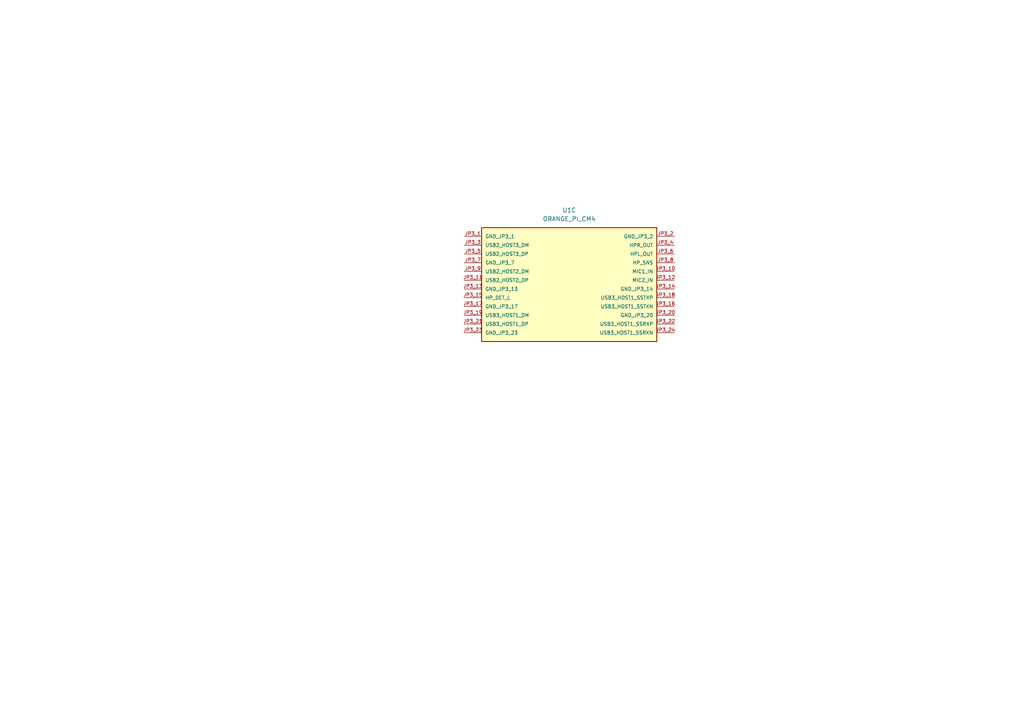
<source format=kicad_sch>
(kicad_sch (version 20250114) (generator "eeschema") (generator_version "9.0")
  (paper "A4")
  (lib_symbols
    (symbol "OCM4:ORANGE_PI_CM4" (pin_names (offset 1.016))
      (property "Reference" "U" (at -33.02 67.31 0))
      (property "Value" "ORANGE_PI_CM4" (at -33.02 -66.04 0))
      (symbol "ORANGE_PI_CM4_1_0"
        (rectangle (start -33.02 -63.5) (end 33.02 66.04) (stroke (width 0.254)) (fill (type background)))
        (pin power_in line (at -38.1 63.5 0) (length 5.08) (name "GND_JP1_1") (number "JP1_1"))
        (pin output line (at -38.1 60.96 0) (length 5.08) (name "PHY0_MDI_3+") (number "JP1_3"))
        (pin output line (at -38.1 58.42 0) (length 5.08) (name "PHY0_MDI_3-") (number "JP1_5"))
        (pin power_in line (at -38.1 55.88 0) (length 5.08) (name "GND_JP1_7") (number "JP1_7"))
        (pin output line (at -38.1 53.34 0) (length 5.08) (name "PHY0_MDI_2-") (number "JP1_9"))
        (pin output line (at -38.1 50.8 0) (length 5.08) (name "PHY0_MDI_2+") (number "JP1_11"))
        (pin power_in line (at -38.1 48.26 0) (length 5.08) (name "GND_JP1_13") (number "JP1_13"))
        (pin output line (at -38.1 45.72 0) (length 5.08) (name "PHY0_LED2/CFG_LDO1") (number "JP1_15"))
        (pin output line (at -38.1 43.18 0) (length 5.08) (name "PHY0_LED1/CFG_LDO0") (number "JP1_17"))
        (pin output line (at -38.1 40.64 0) (length 5.08) (name "PHY0_LED0/CFG_EXT") (number "JP1_19"))
        (pin output line (at -38.1 38.1 0) (length 5.08) (name "DIY_LED") (number "JP1_21"))
        (pin power_in line (at -38.1 35.56 0) (length 5.08) (name "GND_JP1_23") (number "JP1_23"))
        (pin bidirectional line (at -38.1 33.02 0) (length 5.08) (name "GPIO3_D1/I2S1_SDO_M1") (number "JP1_25"))
        (pin bidirectional line (at -38.1 30.48 0) (length 5.08) (name "GPIO3_D2/I2S1_SDI_M1") (number "JP1_27"))
        (pin bidirectional line (at -38.1 27.94 0) (length 5.08) (name "GPIO3_D5") (number "JP1_29"))
        (pin bidirectional line (at -38.1 25.4 0) (length 5.08) (name "GPIO4_C0") (number "JP1_31"))
        (pin power_in line (at -38.1 22.86 0) (length 5.08) (name "GND_JP1_33") (number "JP1_33"))
        (pin bidirectional line (at -38.1 20.32 0) (length 5.08) (name "GPIO1_A1/I2C3_SCL_M0") (number "JP1_35"))
        (pin bidirectional line (at -38.1 17.78 0) (length 5.08) (name "GPIO4_A7/SPI3_CS1_M0") (number "JP1_37"))
        (pin bidirectional line (at -38.1 15.24 0) (length 5.08) (name "GPIO4_A6/SPI3_CS0_M0") (number "JP1_39"))
        (pin bidirectional line (at -38.1 12.7 0) (length 5.08) (name "GPIO4_A4") (number "JP1_41"))
        (pin power_in line (at -38.1 10.16 0) (length 5.08) (name "GND_JP1_43") (number "JP1_43"))
        (pin bidirectional line (at -38.1 7.62 0) (length 5.08) (name "GPIO4_A1") (number "JP1_45"))
        (pin bidirectional line (at -38.1 5.08 0) (length 5.08) (name "GPIO4_A3") (number "JP1_47"))
        (pin bidirectional line (at -38.1 2.54 0) (length 5.08) (name "GPIO3_C7/I2S1_SCLK_M1") (number "JP1_49"))
        (pin bidirectional line (at -38.1 0 0) (length 5.08) (name "GPIO0_D0/UART2_RX_M0") (number "JP1_51"))
        (pin power_in line (at -38.1 -2.54 0) (length 5.08) (name "GND_JP1_53") (number "JP1_53"))
        (pin bidirectional line (at -38.1 -5.08 0) (length 5.08) (name "GPIO0_D1/UART2_TX_M0") (number "JP1_55"))
        (pin output clock (at -38.1 -7.62 0) (length 5.08) (name "SDMMC0_CLK") (number "JP1_57"))
        (pin power_in line (at -38.1 -10.16 0) (length 5.08) (name "GND_JP1_59") (number "JP1_59"))
        (pin bidirectional line (at -38.1 -12.7 0) (length 5.08) (name "SDMMC0_D3") (number "JP1_61"))
        (pin bidirectional line (at -38.1 -15.24 0) (length 5.08) (name "SDMMC0_D0") (number "JP1_63"))
        (pin power_in line (at -38.1 -17.78 0) (length 5.08) (name "GND_JP1_65") (number "JP1_65"))
        (pin bidirectional line (at -38.1 -20.32 0) (length 5.08) (name "SDMMC0_D1") (number "JP1_67"))
        (pin bidirectional line (at -38.1 -22.86 0) (length 5.08) (name "SDMMC0_D2") (number "JP1_69"))
        (pin power_in line (at -38.1 -25.4 0) (length 5.08) (name "GND_JP1_71") (number "JP1_71"))
        (pin no_connect line (at -38.1 -27.94 0) (length 5.08) (name "RESERVED_JP1_73") (number "JP1_73"))
        (pin output line (at -38.1 -30.48 0) (length 5.08) (name "SD_PWR_ON") (number "JP1_75"))
        (pin power_in line (at -38.1 -33.02 0) (length 5.08) (name "VBUS_JP1_77") (number "JP1_77"))
        (pin power_in line (at -38.1 -35.56 0) (length 5.08) (name "VBUS_JP1_79") (number "JP1_79"))
        (pin power_in line (at -38.1 -38.1 0) (length 5.08) (name "VBUS_JP1_81") (number "JP1_81"))
        (pin power_in line (at -38.1 -40.64 0) (length 5.08) (name "VBUS_JP1_83") (number "JP1_83"))
        (pin power_in line (at -38.1 -43.18 0) (length 5.08) (name "VBUS_JP1_85") (number "JP1_85"))
        (pin power_in line (at -38.1 -45.72 0) (length 5.08) (name "VBUS_JP1_87") (number "JP1_87"))
        (pin input line (at -38.1 -48.26 0) (length 5.08) (name "~{WL_DIS}") (number "JP1_89"))
        (pin input line (at -38.1 -50.8 0) (length 5.08) (name "~{BT_DIS}") (number "JP1_91"))
        (pin input line (at -38.1 -53.34 0) (length 5.08) (name "BOOT-SW") (number "JP1_93"))
        (pin bidirectional line (at -38.1 -55.88 0) (length 5.08) (name "WORK_LED") (number "JP1_95"))
        (pin bidirectional line (at -38.1 -58.42 0) (length 5.08) (name "CAMERA_PDN_L") (number "JP1_97"))
        (pin input line (at -38.1 -60.96 0) (length 5.08) (name "PMIC_PWRON") (number "JP1_99"))
        (pin power_in line (at 38.1 63.5 180) (length 5.08) (name "GND_JP1_2") (number "JP1_2"))
        (pin output line (at 38.1 60.96 180) (length 5.08) (name "PHY0_MDI_1+") (number "JP1_4"))
        (pin output line (at 38.1 58.42 180) (length 5.08) (name "PHY0_MDI_1-") (number "JP1_6"))
        (pin power_in line (at 38.1 55.88 180) (length 5.08) (name "GND_JP1_8") (number "JP1_8"))
        (pin output line (at 38.1 53.34 180) (length 5.08) (name "PHY0_MDI_0-") (number "JP1_10"))
        (pin output line (at 38.1 50.8 180) (length 5.08) (name "PHY0_MDI_0+") (number "JP1_12"))
        (pin power_in line (at 38.1 48.26 180) (length 5.08) (name "GND_JP1_14") (number "JP1_14"))
        (pin no_connect line (at 38.1 45.72 180) (length 5.08) (name "RESERVED_JP1_16") (number "JP1_16"))
        (pin no_connect line (at 38.1 43.18 180) (length 5.08) (name "RESERVED_JP1_18") (number "JP1_18"))
        (pin no_connect line (at 38.1 40.64 180) (length 5.08) (name "RESERVED_JP1_20") (number "JP1_20"))
        (pin power_in line (at 38.1 38.1 180) (length 5.08) (name "GND_JP1_22") (number "JP1_22"))
        (pin bidirectional line (at 38.1 35.56 180) (length 5.08) (name "GPIO3_D3") (number "JP1_24"))
        (pin bidirectional line (at 38.1 33.02 180) (length 5.08) (name "GPIO3_D0/I2S1_LRCK_M1") (number "JP1_26"))
        (pin bidirectional line (at 38.1 30.48 180) (length 5.08) (name "GPIO3_D7") (number "JP1_28"))
        (pin bidirectional line (at 38.1 27.94 180) (length 5.08) (name "GPIO3_D4") (number "JP1_30"))
        (pin power_in line (at 38.1 25.4 180) (length 5.08) (name "GND_JP1_32") (number "JP1_32"))
        (pin bidirectional line (at 38.1 22.86 180) (length 5.08) (name "GPIO4_A5") (number "JP1_34"))
        (pin bidirectional line (at 38.1 20.32 180) (length 5.08) (name "GPIO1_A0/I2C3_SDA_M0") (number "JP1_36"))
        (pin bidirectional line (at 38.1 17.78 180) (length 5.08) (name "GPIO4_B3/SPI3_CLK_M0") (number "JP1_38"))
        (pin bidirectional line (at 38.1 15.24 180) (length 5.08) (name "GPIO4_B0/SPI3_MISO_M0") (number "JP1_40"))
        (pin power_in line (at 38.1 12.7 180) (length 5.08) (name "GND_JP1_42") (number "JP1_42"))
        (pin bidirectional line (at 38.1 10.16 180) (length 5.08) (name "GPIO4_B2/SPI3_MOSI_M0") (number "JP1_44"))
        (pin bidirectional line (at 38.1 7.62 180) (length 5.08) (name "GPIO4_A2") (number "JP1_46"))
        (pin bidirectional line (at 38.1 5.08 180) (length 5.08) (name "GPIO4_A0") (number "JP1_48"))
        (pin bidirectional line (at 38.1 2.54 180) (length 5.08) (name "GPIO3_C6/I2S1_MCLK_M1") (number "JP1_50"))
        (pin power_in line (at 38.1 0 180) (length 5.08) (name "GND_JP1_52") (number "JP1_52"))
        (pin bidirectional line (at 38.1 -2.54 180) (length 5.08) (name "GPIO4_C3") (number "JP1_54"))
        (pin bidirectional line (at 38.1 -5.08 180) (length 5.08) (name "GPIO4_B5/I2C2_SCL_M1") (number "JP1_56"))
        (pin bidirectional line (at 38.1 -7.62 180) (length 5.08) (name "GPIO4_B4/I2C2_SDA_M1") (number "JP1_58"))
        (pin power_in line (at 38.1 -10.16 180) (length 5.08) (name "GND_JP1_60") (number "JP1_60"))
        (pin bidirectional line (at 38.1 -12.7 180) (length 5.08) (name "SDMMC0_CMD") (number "JP1_62"))
        (pin no_connect line (at 38.1 -15.24 180) (length 5.08) (name "RESERVED_JP1_64") (number "JP1_64"))
        (pin power_in line (at 38.1 -17.78 180) (length 5.08) (name "GND_JP1_66") (number "JP1_66"))
        (pin input line (at 38.1 -20.32 180) (length 5.08) (name "SW_RECOVERY") (number "JP1_68"))
        (pin input line (at 38.1 -22.86 180) (length 5.08) (name "SARADC_VIN1") (number "JP1_70"))
        (pin bidirectional line (at 38.1 -25.4 180) (length 5.08) (name "GPIO0_C6/PWM7_IR") (number "JP1_72"))
        (pin power_in line (at 38.1 -27.94 180) (length 5.08) (name "GND_JP1_74") (number "JP1_74"))
        (pin input line (at 38.1 -30.48 180) (length 5.08) (name "SDMMC0_DET_L") (number "JP1_76"))
        (pin power_in line (at 38.1 -33.02 180) (length 5.08) (name "VCCIO6") (number "JP1_78"))
        (pin output clock (at 38.1 -35.56 180) (length 5.08) (name "I2C1_SCL_M0") (number "JP1_80"))
        (pin bidirectional line (at 38.1 -38.1 180) (length 5.08) (name "I2C1_SDA_M0") (number "JP1_82"))
        (pin power_in line (at 38.1 -40.64 180) (length 5.08) (name "VCC_3V3_JP1_84") (number "JP1_84"))
        (pin power_in line (at 38.1 -43.18 180) (length 5.08) (name "VCC_3V3_JP1_86") (number "JP1_86"))
        (pin power_in line (at 38.1 -45.72 180) (length 5.08) (name "VCC_1V8_JP1_88") (number "JP1_88"))
        (pin power_in line (at 38.1 -48.26 180) (length 5.08) (name "VCC_1V8_JP1_90") (number "JP1_90"))
        (pin input line (at 38.1 -50.8 180) (length 5.08) (name "~{RESET}") (number "JP1_92"))
        (pin input line (at 38.1 -53.34 180) (length 5.08) (name "SARADC_VIN3") (number "JP1_94"))
        (pin input line (at 38.1 -55.88 180) (length 5.08) (name "SARADC_VIN2") (number "JP1_96"))
        (pin power_in line (at 38.1 -58.42 180) (length 5.08) (name "GND_JP1_98") (number "JP1_98"))
        (pin input line (at 38.1 -60.96 180) (length 5.08) (name "~{EXTRST}") (number "JP1_100"))
      )
      (symbol "ORANGE_PI_CM4_2_0"
        (rectangle (start -33.02 -63.5) (end 33.02 66.04) (stroke (width 0.254)) (fill (type background)))
        (pin input line (at -38.1 63.5 0) (length 5.08) (name "USB_OTG0_ID") (number "JP2_1"))
        (pin bidirectional line (at -38.1 60.96 0) (length 5.08) (name "USB_OTG0_DM") (number "JP2_3"))
        (pin bidirectional line (at -38.1 58.42 0) (length 5.08) (name "USB_OTG0_DP") (number "JP2_5"))
        (pin power_in line (at -38.1 55.88 0) (length 5.08) (name "GND_JP2_7") (number "JP2_7"))
        (pin output line (at -38.1 53.34 0) (length 5.08) (name "~{PCIE20_PERST_3V3_L}") (number "JP2_9"))
        (pin no_connect line (at -38.1 50.8 0) (length 5.08) (name "RESERVED_JP2_11") (number "JP2_11"))
        (pin power_in line (at -38.1 48.26 0) (length 5.08) (name "GND_JP2_13") (number "JP2_13"))
        (pin input line (at -38.1 45.72 0) (length 5.08) (name "MIPI_CSI_RX0_D0N") (number "JP2_15"))
        (pin input line (at -38.1 43.18 0) (length 5.08) (name "MIPI_CSI_RX0_D0P") (number "JP2_17"))
        (pin power_in line (at -38.1 40.64 0) (length 5.08) (name "GND_JP2_19") (number "JP2_19"))
        (pin input line (at -38.1 38.1 0) (length 5.08) (name "MIPI_CSI_RX0_D1N") (number "JP2_21"))
        (pin input line (at -38.1 35.56 0) (length 5.08) (name "MIPI_CSI_RX0_D1P") (number "JP2_23"))
        (pin power_in line (at -38.1 33.02 0) (length 5.08) (name "GND_JP2_25") (number "JP2_25"))
        (pin input clock (at -38.1 30.48 0) (length 5.08) (name "MIPI_CSI_RX_CLK0N") (number "JP2_27"))
        (pin input clock (at -38.1 27.94 0) (length 5.08) (name "MIPI_CSI_RX_CLK0P") (number "JP2_29"))
        (pin power_in line (at -38.1 25.4 0) (length 5.08) (name "GND_JP2_31") (number "JP2_31"))
        (pin input line (at -38.1 22.86 0) (length 5.08) (name "MIPI_CSI_RX0_D2N") (number "JP2_33"))
        (pin input line (at -38.1 20.32 0) (length 5.08) (name "MIPI_CSI_RX0_D2P") (number "JP2_35"))
        (pin power_in line (at -38.1 17.78 0) (length 5.08) (name "GND_JP2_37") (number "JP2_37"))
        (pin input line (at -38.1 15.24 0) (length 5.08) (name "MIPI_CSI_RX0_D3N") (number "JP2_39"))
        (pin input line (at -38.1 12.7 0) (length 5.08) (name "MIPI_CSI_RX0_D3P") (number "JP2_41"))
        (pin output line (at -38.1 10.16 0) (length 5.08) (name "EDP_TX_D3P") (number "JP2_43"))
        (pin bidirectional line (at -38.1 7.62 0) (length 5.08) (name "EDP_SDA/I2C4_SDA_M1") (number "JP2_45"))
        (pin input clock (at -38.1 5.08 0) (length 5.08) (name "EDP_SCL/I2C4_SCL_M1") (number "JP2_47"))
        (pin output line (at -38.1 2.54 0) (length 5.08) (name "EDP_TX_D3N") (number "JP2_49"))
        (pin output line (at -38.1 0 0) (length 5.08) (name "HDMI_CEC_PORT") (number "JP2_51"))
        (pin output line (at -38.1 -2.54 0) (length 5.08) (name "HDMI_TX_HPD_PORT") (number "JP2_53"))
        (pin power_in line (at -38.1 -5.08 0) (length 5.08) (name "GND_JP2_55") (number "JP2_55"))
        (pin output line (at -38.1 -7.62 0) (length 5.08) (name "MIPI_DSI_TX0_D0N") (number "JP2_57"))
        (pin output line (at -38.1 -10.16 0) (length 5.08) (name "MIPI_DSI_TX0_D0P") (number "JP2_59"))
        (pin power_in line (at -38.1 -12.7 0) (length 5.08) (name "GND_JP2_61") (number "JP2_61"))
        (pin output line (at -38.1 -15.24 0) (length 5.08) (name "MIPI_DSI_TX0_D1N") (number "JP2_63"))
        (pin output line (at -38.1 -17.78 0) (length 5.08) (name "MIPI_DSI_TX0_D1P") (number "JP2_65"))
        (pin power_in line (at -38.1 -20.32 0) (length 5.08) (name "GND_JP2_67") (number "JP2_67"))
        (pin output clock (at -38.1 -22.86 0) (length 5.08) (name "MIPI_DSI_TX0_CLKN") (number "JP2_69"))
        (pin output clock (at -38.1 -25.4 0) (length 5.08) (name "MIPI_DSI_TX0_CLKP") (number "JP2_71"))
        (pin power_in line (at -38.1 -27.94 0) (length 5.08) (name "GND_JP2_73") (number "JP2_73"))
        (pin output line (at -38.1 -30.48 0) (length 5.08) (name "MIPI_DSI_TX1_D0N") (number "JP2_75"))
        (pin output line (at -38.1 -33.02 0) (length 5.08) (name "MIPI_DSI_TX1_D0P") (number "JP2_77"))
        (pin power_in line (at -38.1 -35.56 0) (length 5.08) (name "GND_JP2_79") (number "JP2_79"))
        (pin output line (at -38.1 -38.1 0) (length 5.08) (name "MIPI_DSI_TX1_D1N") (number "JP2_81"))
        (pin output line (at -38.1 -40.64 0) (length 5.08) (name "MIPI_DSI_TX1_D1P") (number "JP2_83"))
        (pin power_in line (at -38.1 -43.18 0) (length 5.08) (name "GND_JP2_85") (number "JP2_85"))
        (pin output clock (at -38.1 -45.72 0) (length 5.08) (name "MIPI_DSI_TX1_CLKN") (number "JP2_87"))
        (pin output clock (at -38.1 -48.26 0) (length 5.08) (name "MIPI_DSI_TX1_CLKP") (number "JP2_89"))
        (pin power_in line (at -38.1 -50.8 0) (length 5.08) (name "GND_JP2_91") (number "JP2_91"))
        (pin output line (at -38.1 -53.34 0) (length 5.08) (name "MIPI_DSI_TX1_D2N") (number "JP2_93"))
        (pin output line (at -38.1 -55.88 0) (length 5.08) (name "MIPI_DSI_TX1_D2P") (number "JP2_95"))
        (pin power_in line (at -38.1 -58.42 0) (length 5.08) (name "GND_JP2_97") (number "JP2_97"))
        (pin output line (at -38.1 -60.96 0) (length 5.08) (name "HDMI_TXDDC_SDA_PORT") (number "JP2_99"))
        (pin output line (at 38.1 63.5 180) (length 5.08) (name "~{PCIE20_CLKREQ_3V3_L}") (number "JP2_2"))
        (pin input line (at 38.1 60.96 180) (length 5.08) (name "~{PCIE20_WAKE_3V3_L}") (number "JP2_4"))
        (pin no_connect line (at 38.1 58.42 180) (length 5.08) (name "RESERVED_JP2_6") (number "JP2_6"))
        (pin power_in line (at 38.1 55.88 180) (length 5.08) (name "GND_JP2_8") (number "JP2_8"))
        (pin output clock (at 38.1 53.34 180) (length 5.08) (name "PCIE20_REFCLKP_P") (number "JP2_10"))
        (pin output clock (at 38.1 50.8 180) (length 5.08) (name "PCIE20_REFCLKP_N") (number "JP2_12"))
        (pin power_in line (at 38.1 48.26 180) (length 5.08) (name "GND_JP2_14") (number "JP2_14"))
        (pin output line (at 38.1 45.72 180) (length 5.08) (name "PCIE20_RXP") (number "JP2_16"))
        (pin output line (at 38.1 43.18 180) (length 5.08) (name "PCIE20_RXN") (number "JP2_18"))
        (pin power_in line (at 38.1 40.64 180) (length 5.08) (name "GND_JP2_20") (number "JP2_20"))
        (pin output line (at 38.1 38.1 180) (length 5.08) (name "PCIE20_TXP") (number "JP2_22"))
        (pin output line (at 38.1 35.56 180) (length 5.08) (name "PCIE20_TXN") (number "JP2_24"))
        (pin power_in line (at 38.1 33.02 180) (length 5.08) (name "GND_JP2_26") (number "JP2_26"))
        (pin input line (at 38.1 30.48 180) (length 5.08) (name "MIPI_CSI_RX1_D2N") (number "JP2_28"))
        (pin input line (at 38.1 27.94 180) (length 5.08) (name "MIPI_CSI_RX1_D2P") (number "JP2_30"))
        (pin power_in line (at 38.1 25.4 180) (length 5.08) (name "GND_JP2_32") (number "JP2_32"))
        (pin input line (at 38.1 22.86 180) (length 5.08) (name "MIPI_CSI_RX1_D3N") (number "JP2_34"))
        (pin input line (at 38.1 20.32 180) (length 5.08) (name "MIPI_CSI_RX1_D3P") (number "JP2_36"))
        (pin power_in line (at 38.1 17.78 180) (length 5.08) (name "GND_JP2_38") (number "JP2_38"))
        (pin input clock (at 38.1 15.24 180) (length 5.08) (name "MIPI_CSI_RX_CLK1N") (number "JP2_40"))
        (pin input clock (at 38.1 12.7 180) (length 5.08) (name "MIPI_CSI_RX_CLK1P") (number "JP2_42"))
        (pin power_in line (at 38.1 10.16 180) (length 5.08) (name "GND_JP2_44") (number "JP2_44"))
        (pin output line (at 38.1 7.62 180) (length 5.08) (name "EDP_TX_D2P") (number "JP2_46"))
        (pin output line (at 38.1 5.08 180) (length 5.08) (name "EDP_TX_D2N") (number "JP2_48"))
        (pin power_in line (at 38.1 2.54 180) (length 5.08) (name "GND_JP2_50") (number "JP2_50"))
        (pin output line (at 38.1 0 180) (length 5.08) (name "EDP_TX_D1P") (number "JP2_52"))
        (pin output line (at 38.1 -2.54 180) (length 5.08) (name "EDP_TX_D1N") (number "JP2_54"))
        (pin power_in line (at 38.1 -5.08 180) (length 5.08) (name "GND_JP2_56") (number "JP2_56"))
        (pin output line (at 38.1 -7.62 180) (length 5.08) (name "EDP_TX_D0P") (number "JP2_58"))
        (pin output line (at 38.1 -10.16 180) (length 5.08) (name "EDP_TX_D0N") (number "JP2_60"))
        (pin power_in line (at 38.1 -12.7 180) (length 5.08) (name "GND_JP2_62") (number "JP2_62"))
        (pin bidirectional line (at 38.1 -15.24 180) (length 5.08) (name "EDP_TX_AUXP") (number "JP2_64"))
        (pin bidirectional line (at 38.1 -17.78 180) (length 5.08) (name "EDP_TX_AUXN") (number "JP2_66"))
        (pin power_in line (at 38.1 -20.32 180) (length 5.08) (name "GND_JP2_68") (number "JP2_68"))
        (pin output line (at 38.1 -22.86 180) (length 5.08) (name "HDMI_TX2P_PORT") (number "JP2_70"))
        (pin output line (at 38.1 -25.4 180) (length 5.08) (name "HDMI_TX2N_PORT") (number "JP2_72"))
        (pin power_in line (at 38.1 -27.94 180) (length 5.08) (name "GND_JP2_74") (number "JP2_74"))
        (pin output line (at 38.1 -30.48 180) (length 5.08) (name "HDMI_TX1P_PORT") (number "JP2_76"))
        (pin output line (at 38.1 -33.02 180) (length 5.08) (name "HDMI_TX1N_PORT") (number "JP2_78"))
        (pin power_in line (at 38.1 -35.56 180) (length 5.08) (name "GND_JP2_80") (number "JP2_80"))
        (pin output line (at 38.1 -38.1 180) (length 5.08) (name "HDMI_TX0P_PORT") (number "JP2_82"))
        (pin output line (at 38.1 -40.64 180) (length 5.08) (name "HDMI_TX0N_PORT") (number "JP2_84"))
        (pin power_in line (at 38.1 -43.18 180) (length 5.08) (name "GND_JP2_86") (number "JP2_86"))
        (pin output clock (at 38.1 -45.72 180) (length 5.08) (name "HDMI_TXCLKP_PORT") (number "JP2_88"))
        (pin output clock (at 38.1 -48.26 180) (length 5.08) (name "HDMI_TXCLKN_PORT") (number "JP2_90"))
        (pin power_in line (at 38.1 -50.8 180) (length 5.08) (name "GND_JP2_92") (number "JP2_92"))
        (pin output line (at 38.1 -53.34 180) (length 5.08) (name "MIPI_DSI_TX1_D3N") (number "JP2_94"))
        (pin output line (at 38.1 -55.88 180) (length 5.08) (name "MIPI_DSI_TX1_D3P") (number "JP2_96"))
        (pin power_in line (at 38.1 -58.42 180) (length 5.08) (name "GND_JP2_98") (number "JP2_98"))
        (pin output clock (at 38.1 -60.96 180) (length 5.08) (name "HDMI_TXDDC_SCL_PORT") (number "JP2_100"))
      )
      (symbol "ORANGE_PI_CM4_3_0"
        (rectangle (start -25.4 -15.24) (end 25.4 17.78) (stroke (width 0.254)) (fill (type background)))
        (pin power_in line (at -30.48 15.24 0) (length 5.08) (name "GND_JP3_1") (number "JP3_1"))
        (pin bidirectional line (at -30.48 12.7 0) (length 5.08) (name "USB2_HOST3_DM") (number "JP3_3"))
        (pin bidirectional line (at -30.48 10.16 0) (length 5.08) (name "USB2_HOST3_DP") (number "JP3_5"))
        (pin power_in line (at -30.48 7.62 0) (length 5.08) (name "GND_JP3_7") (number "JP3_7"))
        (pin bidirectional line (at -30.48 5.08 0) (length 5.08) (name "USB2_HOST2_DM") (number "JP3_9"))
        (pin bidirectional line (at -30.48 2.54 0) (length 5.08) (name "USB2_HOST2_DP") (number "JP3_11"))
        (pin power_in line (at -30.48 0 0) (length 5.08) (name "GND_JP3_13") (number "JP3_13"))
        (pin input line (at -30.48 -2.54 0) (length 5.08) (name "HP_DET_L") (number "JP3_15"))
        (pin power_in line (at -30.48 -5.08 0) (length 5.08) (name "GND_JP3_17") (number "JP3_17"))
        (pin bidirectional line (at -30.48 -7.62 0) (length 5.08) (name "USB3_HOST1_DM") (number "JP3_19"))
        (pin bidirectional line (at -30.48 -10.16 0) (length 5.08) (name "USB3_HOST1_DP") (number "JP3_21"))
        (pin power_in line (at -30.48 -12.7 0) (length 5.08) (name "GND_JP3_23") (number "JP3_23"))
        (pin power_in line (at 30.48 15.24 180) (length 5.08) (name "GND_JP3_2") (number "JP3_2"))
        (pin output line (at 30.48 12.7 180) (length 5.08) (name "HPR_OUT") (number "JP3_4"))
        (pin output line (at 30.48 10.16 180) (length 5.08) (name "HPL_OUT") (number "JP3_6"))
        (pin output line (at 30.48 7.62 180) (length 5.08) (name "HP_SNS") (number "JP3_8"))
        (pin input line (at 30.48 5.08 180) (length 5.08) (name "MIC1_IN") (number "JP3_10"))
        (pin input line (at 30.48 2.54 180) (length 5.08) (name "MIC2_IN") (number "JP3_12"))
        (pin power_in line (at 30.48 0 180) (length 5.08) (name "GND_JP3_14") (number "JP3_14"))
        (pin output line (at 30.48 -2.54 180) (length 5.08) (name "USB3_HOST1_SSTXP") (number "JP3_18"))
        (pin output line (at 30.48 -5.08 180) (length 5.08) (name "USB3_HOST1_SSTXN") (number "JP3_16"))
        (pin power_in line (at 30.48 -7.62 180) (length 5.08) (name "GND_JP3_20") (number "JP3_20"))
        (pin input line (at 30.48 -10.16 180) (length 5.08) (name "USB3_HOST1_SSRXP") (number "JP3_22"))
        (pin input line (at 30.48 -12.7 180) (length 5.08) (name "USB3_HOST1_SSRXN") (number "JP3_24"))
      )
    )
  )
  (symbol (lib_id "OCM4:ORANGE_PI_CM4") (at 165.1 83.82 0) (unit 3)
    (property "Reference" "U1" (at 165.1 60.96 0))
    (property "Value" "ORANGE_PI_CM4" (at 165.1 63.5 0))
    (property "Footprint" "Footprint:OCM4" (effects (hide yes)))
    (property "MF" "Orange Pi" (effects (hide yes)))
    (property "MAXIMUM_PACKAGE_HEIGHT" "5.1mm" (effects (hide yes)))
    (property "Package" "Package" (effects (hide yes)))
    (property "Price" "None" (effects (hide yes)))
    (property "Check_prices" "https://www.snapeda.com/parts/Orange%20Pi%20CM4/Orange+Pi/view-part/?ref=eda" (effects (hide yes)))
    (property "STANDARD" "Manufacturer Recommendations" (effects (hide yes)))
    (property "PARTREV" "v1.2" (effects (hide yes)))
    (property "SnapEDA_Link" "https://www.snapeda.com/parts/Orange%20Pi%20CM4/Orange+Pi/view-part/?ref=snap" (effects (hide yes)))
    (property "MP" "Orange Pi CM4" (effects (hide yes)))
    (property "Description_1" "Orange Pi Compute Module 4" (effects (hide yes)))
    (property "Availability" "Not in stock" (effects (hide yes)))
    (property "MANUFACTURER" "Orange Pi" (effects (hide yes)))
  )
)
</source>
